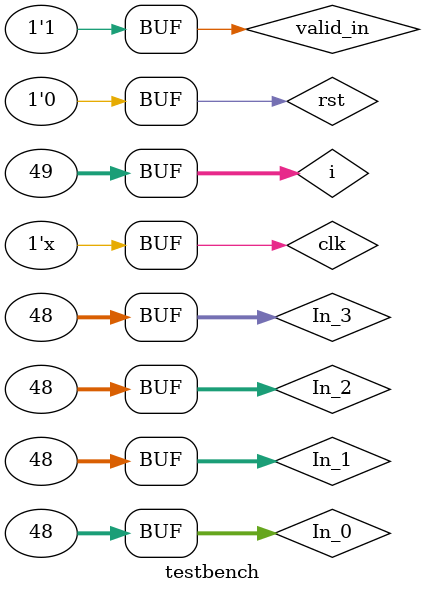
<source format=v>
`timescale 1ns/1ps

module testbench();
parameter IMG_Width=4; 
parameter IMG_Height=4;
parameter Datawidth=32; 
parameter Channel=3;
parameter Stride=1;
parameter ReLU=0;

reg clk,rst,valid_in;
reg [Datawidth-1:0] In_0,In_1,In_2,In_3;
wire [Datawidth-1:0] Out_0,Out_1,Out_2,Out_3,Out_4,Out_5,Out_6,Out_7,Out_8,Out_9,Out_10,Out_11;
wire valid_out;

always #20 clk = ~clk;

integer i;

initial begin
  clk=1'd0;
  rst=1'd0;
  #10
  rst=1'd1;
  
  #20
  rst=1'd0;
  valid_in=1'd1;
  for (i=1;i<=IMG_Width*IMG_Height*Channel;i=i+1) begin
    In_0=i;
    In_1=i;
    In_2=i;
    In_3=i;
    #40;
  end
end


Stage2_conv1_conv3_max3x3_in4_out12 # (
.IMG_Width(IMG_Width), 
.IMG_Height(IMG_Height), 
.Datawidth(Datawidth),  
.Stride(Stride),
.ReLU(ReLU)
)
stage2(
clk,rst,valid_in,
In_0,
In_1,
In_2,
In_3,
valid_out,
Out_0,
Out_1,
Out_2,
Out_3,
Out_4,
Out_5,
Out_6,
Out_7,
Out_8,
Out_9,
Out_10,
Out_11
);

endmodule


</source>
